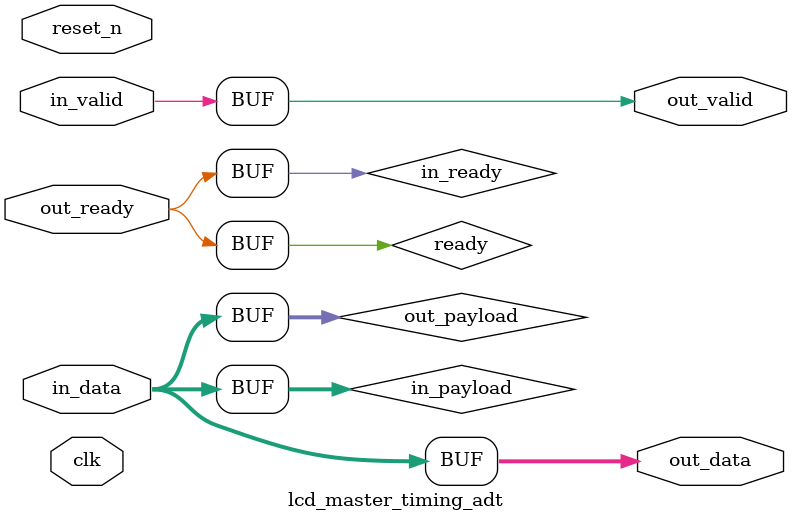
<source format=v>

`timescale 1ns / 100ps
module lcd_master_timing_adt (
    
      // Interface: clk
      input              clk,
      // Interface: reset
      input              reset_n,
      // Interface: in
      input              in_valid,
      input      [ 7: 0] in_data,
      // Interface: out
      output reg         out_valid,
      output reg [ 7: 0] out_data,
      input              out_ready
);




   // ---------------------------------------------------------------------
   //| Signal Declarations
   // ---------------------------------------------------------------------

   reg  [ 7: 0] in_payload;
   reg  [ 7: 0] out_payload;
   reg  [ 0: 0] ready;
   reg          in_ready;
   // synthesis translate_off
   always @(negedge in_ready) begin
      $display("%m: The downstream component is backpressuring by deasserting ready, but the upstream component can't be backpressured.");
   end
   // synthesis translate_on   


   // ---------------------------------------------------------------------
   //| Payload Mapping
   // ---------------------------------------------------------------------
   always @* begin
     in_payload = {in_data};
     {out_data} = out_payload;
   end

   // ---------------------------------------------------------------------
   //| Ready & valid signals.
   // ---------------------------------------------------------------------
   always @* begin
     ready[0] = out_ready;
     out_valid = in_valid;
     out_payload = in_payload;
     in_ready = ready[0];
   end




endmodule


</source>
